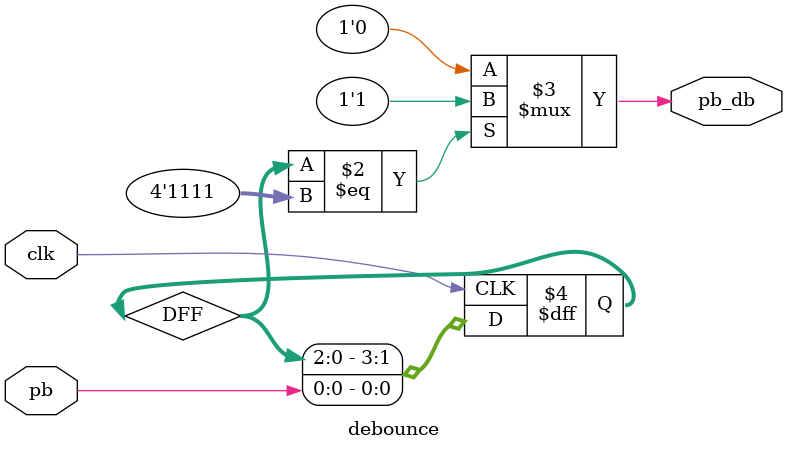
<source format=v>
`timescale 1ns / 1ps

module debounce(clk, pb, pb_db);
    input clk, pb;
    
    output pb_db;
    
    reg [3:0] DFF;

    always@(posedge clk)begin
        DFF[3:1] <= DFF[2:0];
        DFF[0] <= pb;
    end
    
    assign pb_db = (DFF == 4'b1111)? 1'b1 : 1'b0;
endmodule

</source>
